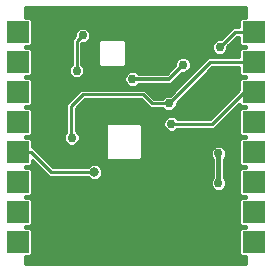
<source format=gbl>
G75*
%MOIN*%
%OFA0B0*%
%FSLAX25Y25*%
%IPPOS*%
%LPD*%
%AMOC8*
5,1,8,0,0,1.08239X$1,22.5*
%
%ADD10R,0.07400X0.07400*%
%ADD11C,0.02978*%
%ADD12C,0.01600*%
%ADD13C,0.01200*%
%ADD14C,0.03175*%
%ADD15C,0.01000*%
D10*
X0005100Y0011343D03*
X0005100Y0021343D03*
X0005100Y0031343D03*
X0005100Y0041343D03*
X0005100Y0051343D03*
X0005100Y0061343D03*
X0005100Y0071343D03*
X0005100Y0081343D03*
X0083840Y0081343D03*
X0083840Y0071343D03*
X0083840Y0061343D03*
X0083840Y0051343D03*
X0083840Y0041343D03*
X0083840Y0031343D03*
X0083840Y0021343D03*
X0083840Y0011343D03*
D11*
X0072029Y0031028D03*
X0072029Y0040870D03*
X0068092Y0044020D03*
X0056281Y0050713D03*
X0055494Y0057504D03*
X0060218Y0070398D03*
X0072423Y0076303D03*
X0046439Y0080240D03*
X0043289Y0065673D03*
X0026754Y0080240D03*
X0024785Y0068429D03*
X0023210Y0046087D03*
X0036596Y0031028D03*
D12*
X0072029Y0031028D02*
X0072029Y0040870D01*
D13*
X0055494Y0065673D02*
X0060218Y0070398D01*
X0055494Y0065673D02*
X0043289Y0065673D01*
D14*
X0030691Y0056618D03*
X0029903Y0067642D03*
X0030691Y0034571D03*
X0016911Y0029059D03*
D15*
X0007600Y0006543D02*
X0007600Y0004000D01*
X0081340Y0004000D01*
X0081340Y0006543D01*
X0079685Y0006543D01*
X0079040Y0007187D01*
X0079040Y0015498D01*
X0079685Y0016143D01*
X0081340Y0016143D01*
X0081340Y0016543D01*
X0079685Y0016543D01*
X0079040Y0017187D01*
X0079040Y0025498D01*
X0079685Y0026143D01*
X0081340Y0026143D01*
X0081340Y0026543D01*
X0079685Y0026543D01*
X0079040Y0027187D01*
X0079040Y0035498D01*
X0079685Y0036143D01*
X0081340Y0036143D01*
X0081340Y0036543D01*
X0079685Y0036543D01*
X0079040Y0037187D01*
X0079040Y0045498D01*
X0079685Y0046143D01*
X0081340Y0046143D01*
X0081340Y0046543D01*
X0079685Y0046543D01*
X0079040Y0047187D01*
X0079040Y0055498D01*
X0079685Y0056143D01*
X0081340Y0056143D01*
X0081340Y0056543D01*
X0079685Y0056543D01*
X0079040Y0057187D01*
X0079040Y0057429D01*
X0071661Y0050050D01*
X0070723Y0049113D01*
X0058342Y0049113D01*
X0057748Y0048518D01*
X0056796Y0048124D01*
X0055766Y0048124D01*
X0054815Y0048518D01*
X0054086Y0049246D01*
X0053692Y0050198D01*
X0053692Y0051228D01*
X0054086Y0052179D01*
X0054815Y0052907D01*
X0055766Y0053302D01*
X0056796Y0053302D01*
X0057748Y0052907D01*
X0058342Y0052313D01*
X0069398Y0052313D01*
X0079040Y0061955D01*
X0079040Y0065498D01*
X0079685Y0066143D01*
X0081340Y0066143D01*
X0081340Y0066543D01*
X0079685Y0066543D01*
X0079040Y0067187D01*
X0079040Y0069743D01*
X0069995Y0069743D01*
X0058083Y0057830D01*
X0058083Y0056989D01*
X0057689Y0056037D01*
X0056960Y0055309D01*
X0056009Y0054915D01*
X0054979Y0054915D01*
X0054027Y0055309D01*
X0053432Y0055904D01*
X0049221Y0055904D01*
X0048283Y0056841D01*
X0046170Y0058955D01*
X0027416Y0058955D01*
X0024417Y0055955D01*
X0024417Y0048389D01*
X0024677Y0048281D01*
X0025405Y0047553D01*
X0025799Y0046602D01*
X0025799Y0045572D01*
X0025405Y0044620D01*
X0024677Y0043892D01*
X0023725Y0043498D01*
X0022695Y0043498D01*
X0021744Y0043892D01*
X0021015Y0044620D01*
X0020621Y0045572D01*
X0020621Y0046602D01*
X0021015Y0047553D01*
X0021217Y0047754D01*
X0021217Y0057281D01*
X0025154Y0061218D01*
X0026091Y0062155D01*
X0047495Y0062155D01*
X0050546Y0059104D01*
X0053432Y0059104D01*
X0054027Y0059699D01*
X0054979Y0060093D01*
X0055820Y0060093D01*
X0068670Y0072943D01*
X0079040Y0072943D01*
X0079040Y0075498D01*
X0079685Y0076143D01*
X0081340Y0076143D01*
X0081340Y0076543D01*
X0079685Y0076543D01*
X0079040Y0077187D01*
X0079040Y0079743D01*
X0078125Y0079743D01*
X0075012Y0076629D01*
X0075012Y0075788D01*
X0074618Y0074837D01*
X0073889Y0074108D01*
X0072938Y0073714D01*
X0071908Y0073714D01*
X0070956Y0074108D01*
X0070228Y0074837D01*
X0069834Y0075788D01*
X0069834Y0076818D01*
X0070228Y0077770D01*
X0070956Y0078498D01*
X0071908Y0078892D01*
X0072749Y0078892D01*
X0075862Y0082005D01*
X0076799Y0082943D01*
X0079040Y0082943D01*
X0079040Y0085498D01*
X0079685Y0086143D01*
X0081340Y0086143D01*
X0081340Y0089551D01*
X0007600Y0089551D01*
X0007600Y0086143D01*
X0009256Y0086143D01*
X0009900Y0085498D01*
X0009900Y0077187D01*
X0009256Y0076543D01*
X0007600Y0076543D01*
X0007600Y0076143D01*
X0009256Y0076143D01*
X0009900Y0075498D01*
X0009900Y0067187D01*
X0009256Y0066543D01*
X0007600Y0066543D01*
X0007600Y0066143D01*
X0009256Y0066143D01*
X0009900Y0065498D01*
X0009900Y0057187D01*
X0009256Y0056543D01*
X0007600Y0056543D01*
X0007600Y0056143D01*
X0009256Y0056143D01*
X0009900Y0055498D01*
X0009900Y0047187D01*
X0009256Y0046543D01*
X0007600Y0046543D01*
X0007600Y0046143D01*
X0009256Y0046143D01*
X0009900Y0045498D01*
X0009900Y0042943D01*
X0010093Y0042943D01*
X0016865Y0036171D01*
X0028490Y0036171D01*
X0029168Y0036849D01*
X0030156Y0037258D01*
X0031225Y0037258D01*
X0032213Y0036849D01*
X0032969Y0036093D01*
X0033378Y0035105D01*
X0033378Y0034036D01*
X0032969Y0033049D01*
X0032213Y0032293D01*
X0031225Y0031883D01*
X0030156Y0031883D01*
X0029168Y0032293D01*
X0028490Y0032971D01*
X0015540Y0032971D01*
X0014602Y0033908D01*
X0014602Y0033908D01*
X0009900Y0038611D01*
X0009900Y0037187D01*
X0009256Y0036543D01*
X0007600Y0036543D01*
X0007600Y0036143D01*
X0009256Y0036143D01*
X0009900Y0035498D01*
X0009900Y0027187D01*
X0009256Y0026543D01*
X0007600Y0026543D01*
X0007600Y0026143D01*
X0009256Y0026143D01*
X0009900Y0025498D01*
X0009900Y0017187D01*
X0009256Y0016543D01*
X0007600Y0016543D01*
X0007600Y0016143D01*
X0009256Y0016143D01*
X0009900Y0015498D01*
X0009900Y0007187D01*
X0009256Y0006543D01*
X0007600Y0006543D01*
X0007600Y0006493D02*
X0081340Y0006493D01*
X0081340Y0005494D02*
X0007600Y0005494D01*
X0007600Y0004496D02*
X0081340Y0004496D01*
X0079040Y0007491D02*
X0009900Y0007491D01*
X0009900Y0008490D02*
X0079040Y0008490D01*
X0079040Y0009488D02*
X0009900Y0009488D01*
X0009900Y0010487D02*
X0079040Y0010487D01*
X0079040Y0011485D02*
X0009900Y0011485D01*
X0009900Y0012484D02*
X0079040Y0012484D01*
X0079040Y0013482D02*
X0009900Y0013482D01*
X0009900Y0014481D02*
X0079040Y0014481D01*
X0079040Y0015479D02*
X0009900Y0015479D01*
X0009900Y0017476D02*
X0079040Y0017476D01*
X0079040Y0018475D02*
X0009900Y0018475D01*
X0009900Y0019473D02*
X0079040Y0019473D01*
X0079040Y0020472D02*
X0009900Y0020472D01*
X0009900Y0021470D02*
X0079040Y0021470D01*
X0079040Y0022469D02*
X0009900Y0022469D01*
X0009900Y0023467D02*
X0079040Y0023467D01*
X0079040Y0024466D02*
X0009900Y0024466D01*
X0009900Y0025464D02*
X0079040Y0025464D01*
X0079040Y0027461D02*
X0009900Y0027461D01*
X0009900Y0028460D02*
X0071463Y0028460D01*
X0071514Y0028439D02*
X0072544Y0028439D01*
X0073496Y0028833D01*
X0074224Y0029561D01*
X0074618Y0030513D01*
X0074618Y0031543D01*
X0074224Y0032494D01*
X0073929Y0032789D01*
X0073929Y0039109D01*
X0074224Y0039404D01*
X0074618Y0040355D01*
X0074618Y0041385D01*
X0074224Y0042337D01*
X0073496Y0043065D01*
X0072544Y0043459D01*
X0071514Y0043459D01*
X0070563Y0043065D01*
X0069834Y0042337D01*
X0069440Y0041385D01*
X0069440Y0040355D01*
X0069834Y0039404D01*
X0070129Y0039109D01*
X0070129Y0032789D01*
X0069834Y0032494D01*
X0069440Y0031543D01*
X0069440Y0030513D01*
X0069834Y0029561D01*
X0070563Y0028833D01*
X0071514Y0028439D01*
X0072595Y0028460D02*
X0079040Y0028460D01*
X0079040Y0029458D02*
X0074121Y0029458D01*
X0074595Y0030457D02*
X0079040Y0030457D01*
X0079040Y0031455D02*
X0074618Y0031455D01*
X0074241Y0032454D02*
X0079040Y0032454D01*
X0079040Y0033452D02*
X0073929Y0033452D01*
X0073929Y0034451D02*
X0079040Y0034451D01*
X0079040Y0035449D02*
X0073929Y0035449D01*
X0073929Y0036448D02*
X0081340Y0036448D01*
X0079040Y0037446D02*
X0073929Y0037446D01*
X0073929Y0038445D02*
X0079040Y0038445D01*
X0079040Y0039443D02*
X0074240Y0039443D01*
X0074618Y0040442D02*
X0079040Y0040442D01*
X0079040Y0041440D02*
X0074595Y0041440D01*
X0074122Y0042439D02*
X0079040Y0042439D01*
X0079040Y0043437D02*
X0072596Y0043437D01*
X0071462Y0043437D02*
X0046651Y0043437D01*
X0046651Y0042439D02*
X0069937Y0042439D01*
X0069463Y0041440D02*
X0046651Y0041440D01*
X0046651Y0040442D02*
X0069440Y0040442D01*
X0069818Y0039443D02*
X0046651Y0039443D01*
X0046651Y0039275D02*
X0046065Y0038689D01*
X0045237Y0038689D01*
X0035829Y0038689D01*
X0035001Y0038689D01*
X0034415Y0039275D01*
X0034415Y0050339D01*
X0035001Y0050925D01*
X0046065Y0050925D01*
X0046651Y0050339D01*
X0046651Y0039275D01*
X0046651Y0044436D02*
X0079040Y0044436D01*
X0079040Y0045434D02*
X0046651Y0045434D01*
X0046651Y0046433D02*
X0081340Y0046433D01*
X0079040Y0047432D02*
X0046651Y0047432D01*
X0046651Y0048430D02*
X0055026Y0048430D01*
X0054011Y0049429D02*
X0046651Y0049429D01*
X0046564Y0050427D02*
X0053692Y0050427D01*
X0053774Y0051426D02*
X0024417Y0051426D01*
X0024417Y0050427D02*
X0034503Y0050427D01*
X0034415Y0049429D02*
X0024417Y0049429D01*
X0024417Y0048430D02*
X0034415Y0048430D01*
X0034415Y0047432D02*
X0025455Y0047432D01*
X0025799Y0046433D02*
X0034415Y0046433D01*
X0034415Y0045434D02*
X0025742Y0045434D01*
X0025221Y0044436D02*
X0034415Y0044436D01*
X0034415Y0043437D02*
X0009900Y0043437D01*
X0009900Y0044436D02*
X0021199Y0044436D01*
X0020678Y0045434D02*
X0009900Y0045434D01*
X0009900Y0047432D02*
X0020965Y0047432D01*
X0021217Y0048430D02*
X0009900Y0048430D01*
X0009900Y0049429D02*
X0021217Y0049429D01*
X0021217Y0050427D02*
X0009900Y0050427D01*
X0009900Y0051426D02*
X0021217Y0051426D01*
X0021217Y0052424D02*
X0009900Y0052424D01*
X0009900Y0053423D02*
X0021217Y0053423D01*
X0021217Y0054421D02*
X0009900Y0054421D01*
X0009900Y0055420D02*
X0021217Y0055420D01*
X0021217Y0056418D02*
X0007600Y0056418D01*
X0009900Y0057417D02*
X0021352Y0057417D01*
X0022351Y0058415D02*
X0009900Y0058415D01*
X0009900Y0059414D02*
X0023349Y0059414D01*
X0024348Y0060412D02*
X0009900Y0060412D01*
X0009900Y0061411D02*
X0025346Y0061411D01*
X0026754Y0060555D02*
X0046832Y0060555D01*
X0049883Y0057504D01*
X0055494Y0057504D01*
X0069332Y0071343D01*
X0083840Y0071343D01*
X0081340Y0076388D02*
X0075012Y0076388D01*
X0074847Y0075390D02*
X0079040Y0075390D01*
X0079040Y0074391D02*
X0074172Y0074391D01*
X0072423Y0076303D02*
X0077462Y0081343D01*
X0083840Y0081343D01*
X0079040Y0079384D02*
X0077766Y0079384D01*
X0076768Y0078385D02*
X0079040Y0078385D01*
X0079040Y0077387D02*
X0075769Y0077387D01*
X0073241Y0079384D02*
X0029201Y0079384D01*
X0029343Y0079725D02*
X0028948Y0078774D01*
X0028220Y0078045D01*
X0027269Y0077651D01*
X0026427Y0077651D01*
X0026385Y0077609D01*
X0026385Y0070491D01*
X0026980Y0069896D01*
X0027374Y0068944D01*
X0027374Y0067914D01*
X0026980Y0066963D01*
X0026252Y0066234D01*
X0025300Y0065840D01*
X0024270Y0065840D01*
X0023318Y0066234D01*
X0022590Y0066963D01*
X0022196Y0067914D01*
X0022196Y0068944D01*
X0022590Y0069896D01*
X0023185Y0070491D01*
X0023185Y0078934D01*
X0024165Y0079914D01*
X0024165Y0080755D01*
X0024559Y0081707D01*
X0025287Y0082435D01*
X0026239Y0082829D01*
X0027269Y0082829D01*
X0028220Y0082435D01*
X0028948Y0081707D01*
X0029343Y0080755D01*
X0029343Y0079725D01*
X0029343Y0080382D02*
X0074239Y0080382D01*
X0075238Y0081381D02*
X0029083Y0081381D01*
X0028276Y0082379D02*
X0076236Y0082379D01*
X0079040Y0083378D02*
X0009900Y0083378D01*
X0009900Y0084376D02*
X0079040Y0084376D01*
X0079040Y0085375D02*
X0009900Y0085375D01*
X0007600Y0086373D02*
X0081340Y0086373D01*
X0081340Y0087372D02*
X0007600Y0087372D01*
X0007600Y0088370D02*
X0081340Y0088370D01*
X0081340Y0089369D02*
X0007600Y0089369D01*
X0009900Y0082379D02*
X0025231Y0082379D01*
X0024424Y0081381D02*
X0009900Y0081381D01*
X0009900Y0080382D02*
X0024165Y0080382D01*
X0023635Y0079384D02*
X0009900Y0079384D01*
X0009900Y0078385D02*
X0023185Y0078385D01*
X0023185Y0077387D02*
X0009900Y0077387D01*
X0009900Y0075390D02*
X0023185Y0075390D01*
X0023185Y0076388D02*
X0007600Y0076388D01*
X0009900Y0074391D02*
X0023185Y0074391D01*
X0023185Y0073393D02*
X0009900Y0073393D01*
X0009900Y0072394D02*
X0023185Y0072394D01*
X0023185Y0071396D02*
X0009900Y0071396D01*
X0009900Y0070397D02*
X0023092Y0070397D01*
X0022384Y0069399D02*
X0009900Y0069399D01*
X0009900Y0068400D02*
X0022196Y0068400D01*
X0022408Y0067402D02*
X0009900Y0067402D01*
X0009900Y0065405D02*
X0040700Y0065405D01*
X0040700Y0065158D02*
X0041094Y0064207D01*
X0041822Y0063478D01*
X0042774Y0063084D01*
X0043804Y0063084D01*
X0044756Y0063478D01*
X0045250Y0063973D01*
X0056198Y0063973D01*
X0060033Y0067809D01*
X0060733Y0067809D01*
X0061685Y0068203D01*
X0062413Y0068931D01*
X0062807Y0069883D01*
X0062807Y0070913D01*
X0062413Y0071864D01*
X0061685Y0072592D01*
X0060733Y0072987D01*
X0059703Y0072987D01*
X0058752Y0072592D01*
X0058023Y0071864D01*
X0057629Y0070913D01*
X0057629Y0070213D01*
X0054790Y0067373D01*
X0045250Y0067373D01*
X0044756Y0067868D01*
X0043804Y0068262D01*
X0042774Y0068262D01*
X0041822Y0067868D01*
X0041094Y0067140D01*
X0040700Y0066188D01*
X0040700Y0065158D01*
X0041011Y0064406D02*
X0009900Y0064406D01*
X0009900Y0063408D02*
X0041993Y0063408D01*
X0044585Y0063408D02*
X0059135Y0063408D01*
X0060133Y0064406D02*
X0056631Y0064406D01*
X0057629Y0065405D02*
X0061132Y0065405D01*
X0062130Y0066403D02*
X0058628Y0066403D01*
X0059626Y0067402D02*
X0063129Y0067402D01*
X0064127Y0068400D02*
X0061882Y0068400D01*
X0062607Y0069399D02*
X0065126Y0069399D01*
X0066124Y0070397D02*
X0062807Y0070397D01*
X0062607Y0071396D02*
X0067123Y0071396D01*
X0068121Y0072394D02*
X0061883Y0072394D01*
X0058553Y0072394D02*
X0041139Y0072394D01*
X0041139Y0071396D02*
X0057829Y0071396D01*
X0057629Y0070397D02*
X0041139Y0070397D01*
X0041139Y0070377D02*
X0041139Y0078292D01*
X0040554Y0078878D01*
X0032639Y0078878D01*
X0032053Y0078292D01*
X0032053Y0070377D01*
X0032639Y0069791D01*
X0033467Y0069791D01*
X0039725Y0069791D01*
X0040554Y0069791D01*
X0041139Y0070377D01*
X0041356Y0067402D02*
X0027162Y0067402D01*
X0027374Y0068400D02*
X0055817Y0068400D01*
X0056815Y0069399D02*
X0027186Y0069399D01*
X0026478Y0070397D02*
X0032053Y0070397D01*
X0032053Y0071396D02*
X0026385Y0071396D01*
X0026385Y0072394D02*
X0032053Y0072394D01*
X0032053Y0073393D02*
X0026385Y0073393D01*
X0026385Y0074391D02*
X0032053Y0074391D01*
X0032053Y0075390D02*
X0026385Y0075390D01*
X0026385Y0076388D02*
X0032053Y0076388D01*
X0032053Y0077387D02*
X0026385Y0077387D01*
X0024785Y0078272D02*
X0026754Y0080240D01*
X0028560Y0078385D02*
X0032146Y0078385D01*
X0024785Y0078272D02*
X0024785Y0068429D01*
X0023150Y0066403D02*
X0007600Y0066403D01*
X0009900Y0062409D02*
X0058136Y0062409D01*
X0057138Y0061411D02*
X0048239Y0061411D01*
X0049238Y0060412D02*
X0056139Y0060412D01*
X0058668Y0058415D02*
X0075500Y0058415D01*
X0074502Y0057417D02*
X0058083Y0057417D01*
X0057846Y0056418D02*
X0073503Y0056418D01*
X0072505Y0055420D02*
X0057071Y0055420D01*
X0058231Y0052424D02*
X0069509Y0052424D01*
X0070508Y0053423D02*
X0024417Y0053423D01*
X0024417Y0054421D02*
X0071506Y0054421D01*
X0074035Y0052424D02*
X0079040Y0052424D01*
X0079040Y0053423D02*
X0075033Y0053423D01*
X0076032Y0054421D02*
X0079040Y0054421D01*
X0079040Y0055420D02*
X0077030Y0055420D01*
X0078029Y0056418D02*
X0081340Y0056418D01*
X0079040Y0057417D02*
X0079027Y0057417D01*
X0076499Y0059414D02*
X0059666Y0059414D01*
X0060665Y0060412D02*
X0077497Y0060412D01*
X0078496Y0061411D02*
X0061663Y0061411D01*
X0062662Y0062409D02*
X0079040Y0062409D01*
X0079040Y0063408D02*
X0063660Y0063408D01*
X0064659Y0064406D02*
X0079040Y0064406D01*
X0079040Y0065405D02*
X0065657Y0065405D01*
X0066656Y0066403D02*
X0081340Y0066403D01*
X0079040Y0067402D02*
X0067654Y0067402D01*
X0068653Y0068400D02*
X0079040Y0068400D01*
X0079040Y0069399D02*
X0069651Y0069399D01*
X0070673Y0074391D02*
X0041139Y0074391D01*
X0041139Y0073393D02*
X0079040Y0073393D01*
X0070844Y0078385D02*
X0041046Y0078385D01*
X0041139Y0077387D02*
X0070069Y0077387D01*
X0069834Y0076388D02*
X0041139Y0076388D01*
X0041139Y0075390D02*
X0069999Y0075390D01*
X0080691Y0061343D02*
X0083840Y0061343D01*
X0080691Y0061343D02*
X0070061Y0050713D01*
X0056281Y0050713D01*
X0054331Y0052424D02*
X0024417Y0052424D01*
X0024417Y0055420D02*
X0053917Y0055420D01*
X0053742Y0059414D02*
X0050236Y0059414D01*
X0047708Y0057417D02*
X0025878Y0057417D01*
X0026876Y0058415D02*
X0046710Y0058415D01*
X0048707Y0056418D02*
X0024879Y0056418D01*
X0022817Y0056618D02*
X0026754Y0060555D01*
X0022817Y0056618D02*
X0022817Y0046480D01*
X0023210Y0046087D01*
X0020621Y0046433D02*
X0007600Y0046433D01*
X0010597Y0042439D02*
X0034415Y0042439D01*
X0034415Y0041440D02*
X0011595Y0041440D01*
X0012594Y0040442D02*
X0034415Y0040442D01*
X0034415Y0039443D02*
X0013593Y0039443D01*
X0014591Y0038445D02*
X0070129Y0038445D01*
X0070129Y0037446D02*
X0015590Y0037446D01*
X0016588Y0036448D02*
X0028767Y0036448D01*
X0030691Y0034571D02*
X0016202Y0034571D01*
X0009431Y0041343D01*
X0005100Y0041343D01*
X0007600Y0036448D02*
X0012063Y0036448D01*
X0013061Y0035449D02*
X0009900Y0035449D01*
X0009900Y0034451D02*
X0014060Y0034451D01*
X0015058Y0033452D02*
X0009900Y0033452D01*
X0009900Y0032454D02*
X0029007Y0032454D01*
X0032374Y0032454D02*
X0069818Y0032454D01*
X0070129Y0033452D02*
X0033136Y0033452D01*
X0033378Y0034451D02*
X0070129Y0034451D01*
X0070129Y0035449D02*
X0033235Y0035449D01*
X0032614Y0036448D02*
X0070129Y0036448D01*
X0069440Y0031455D02*
X0009900Y0031455D01*
X0009900Y0030457D02*
X0069463Y0030457D01*
X0069937Y0029458D02*
X0009900Y0029458D01*
X0007600Y0026463D02*
X0081340Y0026463D01*
X0081340Y0016478D02*
X0007600Y0016478D01*
X0009900Y0037446D02*
X0011064Y0037446D01*
X0010066Y0038445D02*
X0009900Y0038445D01*
X0026421Y0066403D02*
X0040789Y0066403D01*
X0045222Y0067402D02*
X0054818Y0067402D01*
X0072038Y0050427D02*
X0079040Y0050427D01*
X0079040Y0049429D02*
X0071039Y0049429D01*
X0073036Y0051426D02*
X0079040Y0051426D01*
X0079040Y0048430D02*
X0057536Y0048430D01*
M02*

</source>
